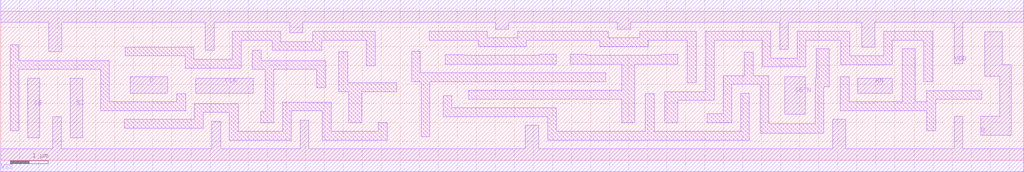
<source format=lef>
# Copyright 2022 GlobalFoundries PDK Authors
#
# Licensed under the Apache License, Version 2.0 (the "License");
# you may not use this file except in compliance with the License.
# You may obtain a copy of the License at
#
#      http://www.apache.org/licenses/LICENSE-2.0
#
# Unless required by applicable law or agreed to in writing, software
# distributed under the License is distributed on an "AS IS" BASIS,
# WITHOUT WARRANTIES OR CONDITIONS OF ANY KIND, either express or implied.
# See the License for the specific language governing permissions and
# limitations under the License.

MACRO gf180mcu_fd_sc_mcu7t5v0__sdffrsnq_1
  CLASS core ;
  FOREIGN gf180mcu_fd_sc_mcu7t5v0__sdffrsnq_1 0.0 0.0 ;
  ORIGIN 0 0 ;
  SYMMETRY X Y ;
  SITE GF018hv5v_mcu_sc7 ;
  SIZE 26.88 BY 3.92 ;
  PIN D
    DIRECTION INPUT ;
    ANTENNAGATEAREA 0.531 ;
    PORT
      LAYER Metal1 ;
        POLYGON 3.405 1.765 4.39 1.765 4.39 2.19 3.405 2.19  ;
    END
  END D
  PIN RN
    DIRECTION INPUT ;
    ANTENNAGATEAREA 1.2045 ;
    PORT
      LAYER Metal1 ;
        POLYGON 22.525 1.765 23.43 1.765 23.43 2.155 22.525 2.155  ;
    END
  END RN
  PIN SE
    DIRECTION INPUT ;
    ANTENNAGATEAREA 1.062 ;
    PORT
      LAYER Metal1 ;
        POLYGON 0.705 0.595 1.03 0.595 1.03 2.15 0.705 2.15  ;
    END
  END SE
  PIN SETN
    DIRECTION INPUT ;
    ANTENNAGATEAREA 1.062 ;
    PORT
      LAYER Metal1 ;
        POLYGON 20.605 1.21 21.14 1.21 21.14 2.195 20.605 2.195  ;
    END
  END SETN
  PIN SI
    DIRECTION INPUT ;
    ANTENNAGATEAREA 0.531 ;
    PORT
      LAYER Metal1 ;
        POLYGON 1.825 0.595 2.15 0.595 2.15 2.15 1.825 2.15  ;
    END
  END SI
  PIN CLK
    DIRECTION INPUT ;
    USE clock ;
    ANTENNAGATEAREA 0.7415 ;
    PORT
      LAYER Metal1 ;
        POLYGON 5.13 1.765 6.63 1.765 6.63 2.155 5.13 2.155  ;
    END
  END CLK
  PIN Q
    DIRECTION OUTPUT ;
    ANTENNADIFFAREA 0.8976 ;
    PORT
      LAYER Metal1 ;
        POLYGON 25.86 2.205 26.255 2.205 26.255 1.16 25.755 1.16 25.755 0.655 26.555 0.655 26.555 2.505 26.32 2.505 26.32 3.38 25.86 3.38  ;
    END
  END Q
  PIN VDD
    DIRECTION INOUT ;
    USE power ;
    SHAPE ABUTMENT ;
    PORT
      LAYER Metal1 ;
        POLYGON 0 3.62 1.26 3.62 1.26 2.845 1.6 2.845 1.6 3.62 5.375 3.62 5.375 2.885 5.605 2.885 5.605 3.62 7.59 3.62 7.59 3.35 7.93 3.35 7.93 3.62 9.835 3.62 10.405 3.62 13.01 3.62 13.01 3.445 13.35 3.445 13.35 3.62 16.2 3.62 16.2 3.445 16.56 3.445 16.56 3.62 18.275 3.62 20.465 3.62 20.465 2.915 20.695 2.915 20.695 3.62 22.63 3.62 22.63 2.97 22.97 2.97 22.97 3.62 24.49 3.62 25.055 3.62 25.055 2.53 25.285 2.53 25.285 3.62 25.78 3.62 26.88 3.62 26.88 4.22 25.78 4.22 24.49 4.22 18.275 4.22 10.405 4.22 9.835 4.22 0 4.22  ;
    END
  END VDD
  PIN VSS
    DIRECTION INOUT ;
    USE ground ;
    SHAPE ABUTMENT ;
    PORT
      LAYER Metal1 ;
        POLYGON 0 -0.3 26.88 -0.3 26.88 0.3 25.285 0.3 25.285 1.16 25.055 1.16 25.055 0.3 22.2 0.3 22.2 1.075 21.86 1.075 21.86 0.3 14.14 0.3 14.14 0.915 13.78 0.915 13.78 0.3 8.095 0.3 8.095 1.045 7.865 1.045 7.865 0.3 5.78 0.3 5.78 1.025 5.55 1.025 5.55 0.3 1.595 0.3 1.595 1.14 1.365 1.14 1.365 0.3 0 0.3  ;
    END
  END VSS
  OBS
      LAYER Metal1 ;
        POLYGON 0.245 0.78 0.475 0.78 0.475 2.385 2.625 2.385 2.625 1.305 4.86 1.305 4.86 1.75 4.63 1.75 4.63 1.535 2.855 1.535 2.855 2.615 0.475 2.615 0.475 3.04 0.245 3.04  ;
        POLYGON 6.61 2.385 6.945 2.385 6.945 1.275 6.835 1.275 6.835 0.99 7.175 0.99 7.175 2.385 8.305 2.385 8.305 1.91 8.535 1.91 8.535 2.62 6.84 2.62 6.84 2.89 6.61 2.89  ;
        POLYGON 3.27 2.745 4.845 2.745 4.845 2.42 6.315 2.42 6.315 3.16 7.13 3.16 7.13 2.89 8.435 2.89 8.435 3.16 9.605 3.16 9.605 2.485 9.835 2.485 9.835 3.39 8.205 3.39 8.205 3.12 7.36 3.12 7.36 3.39 6.085 3.39 6.085 2.655 5.075 2.655 5.075 2.975 3.27 2.975  ;
        POLYGON 3.25 0.845 5.32 0.845 5.32 1.26 6.01 1.26 6.01 0.53 7.635 0.53 7.635 1.295 8.45 1.295 8.45 0.53 10.155 0.53 10.155 0.98 9.925 0.98 9.925 0.76 8.68 0.76 8.68 1.53 7.405 1.53 7.405 0.76 6.24 0.76 6.24 1.49 5.09 1.49 5.09 1.075 3.25 1.075  ;
        POLYGON 8.885 1.8 9.15 1.8 9.15 0.99 9.49 0.99 9.49 1.8 10.405 1.8 10.405 2.035 9.115 2.035 9.115 2.845 8.885 2.845  ;
        POLYGON 11.68 2.525 14.6 2.525 14.6 2.78 14.16 2.78 14.16 2.755 12.2 2.755 12.2 2.775 11.68 2.775  ;
        POLYGON 10.8 2.065 11.045 2.065 11.045 0.62 11.275 0.62 11.275 2.065 15.905 2.065 15.905 2.295 11.03 2.295 11.03 2.87 10.8 2.87  ;
        POLYGON 14.96 2.525 16.325 2.525 16.325 1.835 12.295 1.835 12.295 1.605 16.325 1.605 16.325 0.99 16.665 0.99 16.665 2.525 17.79 2.525 17.79 2.78 17.36 2.78 17.36 2.755 15.4 2.755 15.4 2.78 14.96 2.78  ;
        POLYGON 11.265 3.16 12.55 3.16 12.55 2.985 13.81 2.985 13.81 3.16 15.74 3.16 15.74 2.985 17.02 2.985 17.02 3.16 18.045 3.16 18.045 2.035 18.275 2.035 18.275 3.39 16.79 3.39 16.79 3.215 15.97 3.215 15.97 3.39 13.58 3.39 13.58 3.215 12.78 3.215 12.78 3.39 11.265 3.39  ;
        POLYGON 11.625 1.145 14.37 1.145 14.37 0.53 19.675 0.53 19.675 1.765 19.445 1.765 19.445 0.76 17.17 0.76 17.17 1.745 16.94 1.745 16.94 0.76 14.6 0.76 14.6 1.375 11.855 1.375 11.855 1.7 11.625 1.7  ;
        POLYGON 18.57 0.99 19.215 0.99 19.215 1.995 19.955 1.995 19.955 0.715 21.63 0.715 21.63 1.925 21.77 1.925 21.77 2.93 21.43 2.93 21.43 2.155 21.4 2.155 21.4 0.96 20.185 0.96 20.185 2.225 19.775 2.225 19.775 2.835 19.545 2.835 19.545 2.225 18.985 2.225 18.985 1.22 18.57 1.22  ;
        POLYGON 17.445 0.99 17.785 0.99 17.785 1.575 18.755 1.575 18.755 3.16 20.005 3.16 20.005 2.455 21.155 2.455 21.155 3.16 22.08 3.16 22.08 2.51 23.43 2.51 23.43 3.16 24.26 3.16 24.26 2.06 24.49 2.06 24.49 3.39 23.2 3.39 23.2 2.74 22.31 2.74 22.31 3.39 20.925 3.39 20.925 2.685 20.235 2.685 20.235 3.39 18.525 3.39 18.525 1.805 17.445 1.805  ;
        POLYGON 22.065 1.305 24.335 1.305 24.335 0.78 24.565 0.78 24.565 1.6 25.78 1.6 25.78 1.83 24.335 1.83 24.335 1.535 24.03 1.535 24.03 2.93 23.69 2.93 23.69 1.535 22.295 1.535 22.295 2.2 22.065 2.2  ;
  END
END gf180mcu_fd_sc_mcu7t5v0__sdffrsnq_1

</source>
